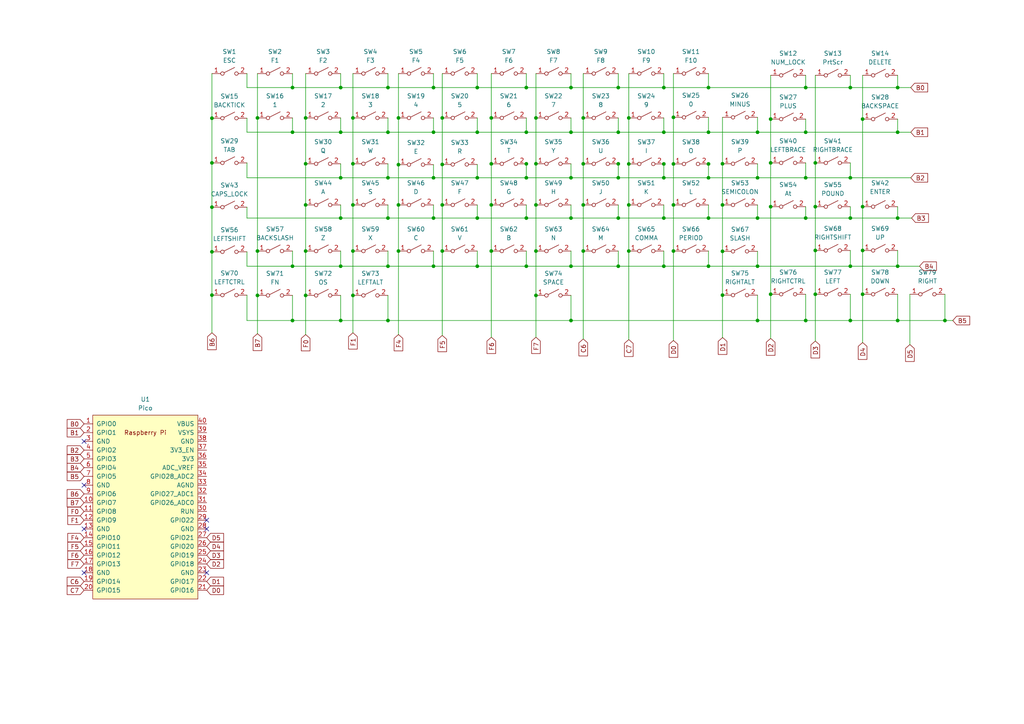
<source format=kicad_sch>
(kicad_sch (version 20230121) (generator eeschema)
  (paper "A4")
  (lib_symbols
    (symbol "Switch:SW_SPST" (pin_names (offset 0) hide)
      (property "Reference" "SW" (at 0 3.175 0))
      (property "Value" "SW_SPST" (at 0 -2.54 0))
      (symbol "SW_SPST_0_0"
        (circle (center -2.032 0) (radius 0.508))
        (polyline (pts (xy -1.524 0.254) (xy 1.524 1.778)))
        (circle (center 2.032 0) (radius 0.508))
      )
      (symbol "SW_SPST_1_1"
        (pin passive line (at -5.08 0 0) (length 2.54) (name "A") (number "1"))
        (pin passive line (at 5.08 0 180) (length 2.54) (name "B") (number "2"))
      )
    )
    (symbol "pico:Pico" (pin_names (offset 1.016))
      (property "Reference" "U3" (at 0 31.75 0))
      (property "Value" "Pico" (at 0 29.21 0))
      (symbol "Pico_0_0"
        (text "Raspberry Pi" (at 0 21.59 0) (effects (font (size 1.27 1.27))))
      )
      (symbol "Pico_0_1"
        (rectangle (start -15.24 26.67) (end 15.24 -26.67) (fill (type background)))
      )
      (symbol "Pico_1_1"
        (pin bidirectional line (at -17.78 24.13 0) (length 2.54) (name "GPIO0") (number "1"))
        (pin bidirectional line (at -17.78 1.27 0) (length 2.54) (name "GPIO7") (number "10"))
        (pin bidirectional line (at -17.78 -1.27 0) (length 2.54) (name "GPIO8") (number "11"))
        (pin bidirectional line (at -17.78 -3.81 0) (length 2.54) (name "GPIO9") (number "12"))
        (pin power_in line (at -17.78 -6.35 0) (length 2.54) (name "GND") (number "13"))
        (pin bidirectional line (at -17.78 -8.89 0) (length 2.54) (name "GPIO10") (number "14"))
        (pin bidirectional line (at -17.78 -11.43 0) (length 2.54) (name "GPIO11") (number "15"))
        (pin bidirectional line (at -17.78 -13.97 0) (length 2.54) (name "GPIO12") (number "16"))
        (pin bidirectional line (at -17.78 -16.51 0) (length 2.54) (name "GPIO13") (number "17"))
        (pin power_in line (at -17.78 -19.05 0) (length 2.54) (name "GND") (number "18"))
        (pin bidirectional line (at -17.78 -21.59 0) (length 2.54) (name "GPIO14") (number "19"))
        (pin bidirectional line (at -17.78 21.59 0) (length 2.54) (name "GPIO1") (number "2"))
        (pin bidirectional line (at -17.78 -24.13 0) (length 2.54) (name "GPIO15") (number "20"))
        (pin bidirectional line (at 17.78 -24.13 180) (length 2.54) (name "GPIO16") (number "21"))
        (pin bidirectional line (at 17.78 -21.59 180) (length 2.54) (name "GPIO17") (number "22"))
        (pin power_in line (at 17.78 -19.05 180) (length 2.54) (name "GND") (number "23"))
        (pin bidirectional line (at 17.78 -16.51 180) (length 2.54) (name "GPIO18") (number "24"))
        (pin bidirectional line (at 17.78 -13.97 180) (length 2.54) (name "GPIO19") (number "25"))
        (pin bidirectional line (at 17.78 -11.43 180) (length 2.54) (name "GPIO20") (number "26"))
        (pin bidirectional line (at 17.78 -8.89 180) (length 2.54) (name "GPIO21") (number "27"))
        (pin power_in line (at 17.78 -6.35 180) (length 2.54) (name "GND") (number "28"))
        (pin bidirectional line (at 17.78 -3.81 180) (length 2.54) (name "GPIO22") (number "29"))
        (pin power_in line (at -17.78 19.05 0) (length 2.54) (name "GND") (number "3"))
        (pin input line (at 17.78 -1.27 180) (length 2.54) (name "RUN") (number "30"))
        (pin bidirectional line (at 17.78 1.27 180) (length 2.54) (name "GPIO26_ADC0") (number "31"))
        (pin bidirectional line (at 17.78 3.81 180) (length 2.54) (name "GPIO27_ADC1") (number "32"))
        (pin power_in line (at 17.78 6.35 180) (length 2.54) (name "AGND") (number "33"))
        (pin bidirectional line (at 17.78 8.89 180) (length 2.54) (name "GPIO28_ADC2") (number "34"))
        (pin unspecified line (at 17.78 11.43 180) (length 2.54) (name "ADC_VREF") (number "35"))
        (pin unspecified line (at 17.78 13.97 180) (length 2.54) (name "3V3") (number "36"))
        (pin input line (at 17.78 16.51 180) (length 2.54) (name "3V3_EN") (number "37"))
        (pin bidirectional line (at 17.78 19.05 180) (length 2.54) (name "GND") (number "38"))
        (pin unspecified line (at 17.78 21.59 180) (length 2.54) (name "VSYS") (number "39"))
        (pin bidirectional line (at -17.78 16.51 0) (length 2.54) (name "GPIO2") (number "4"))
        (pin unspecified line (at 17.78 24.13 180) (length 2.54) (name "VBUS") (number "40"))
        (pin no_connect line (at -2.54 -29.21 90) (length 2.54) hide (name "SWCLK") (number "41"))
        (pin no_connect line (at 0 -29.21 90) (length 2.54) hide (name "GND") (number "42"))
        (pin no_connect line (at 2.54 -29.21 90) (length 2.54) hide (name "SWDIO") (number "43"))
        (pin bidirectional line (at -17.78 13.97 0) (length 2.54) (name "GPIO3") (number "5"))
        (pin bidirectional line (at -17.78 11.43 0) (length 2.54) (name "GPIO4") (number "6"))
        (pin bidirectional line (at -17.78 8.89 0) (length 2.54) (name "GPIO5") (number "7"))
        (pin power_in line (at -17.78 6.35 0) (length 2.54) (name "GND") (number "8"))
        (pin bidirectional line (at -17.78 3.81 0) (length 2.54) (name "GPIO6") (number "9"))
      )
    )
  )
  (junction (at 205.486 77.216))
  (junction (at 179.324 51.562))
  (junction (at 112.522 92.964))
  (junction (at 192.532 25.4))
  (junction (at 169.164 34.2048))
  (junction (at 98.806 92.964))
  (junction (at 233.68 92.964))
  (junction (at 142.494 72.8112))
  (junction (at 115.57 34.2048))
  (junction (at 102.362 34.2048))
  (junction (at 102.362 59.436))
  (junction (at 192.532 47.5494))
  (junction (at 165.608 38.354))
  (junction (at 179.324 38.354))
  (junction (at 192.532 51.562))
  (junction (at 179.324 77.216))
  (junction (at 236.474 72.644))
  (junction (at 205.486 38.354))
  (junction (at 246.634 77.216))
  (junction (at 142.494 47.519))
  (junction (at 223.52 47.244))
  (junction (at 195.326 59.436))
  (junction (at 128.27 47.7016))
  (junction (at 205.486 63.246))
  (junction (at 179.324 47.519))
  (junction (at 152.654 63.246))
  (junction (at 165.608 25.4))
  (junction (at 260.35 92.964))
  (junction (at 112.522 77.216))
  (junction (at 88.646 34.2048))
  (junction (at 209.55 85.598))
  (junction (at 88.646 47.498))
  (junction (at 98.806 51.562))
  (junction (at 236.474 59.944))
  (junction (at 142.494 59.436))
  (junction (at 250.19 72.644))
  (junction (at 250.19 85.344))
  (junction (at 84.836 25.4))
  (junction (at 165.608 77.216))
  (junction (at 236.474 85.344))
  (junction (at 128.27 59.436))
  (junction (at 250.19 34.544))
  (junction (at 61.468 73.035))
  (junction (at 219.71 92.964))
  (junction (at 209.55 72.898))
  (junction (at 246.634 63.246))
  (junction (at 223.52 34.544))
  (junction (at 138.43 51.562))
  (junction (at 98.806 38.354))
  (junction (at 112.522 51.562))
  (junction (at 115.57 72.8112))
  (junction (at 102.362 72.8112))
  (junction (at 205.486 25.4))
  (junction (at 182.372 59.436))
  (junction (at 250.19 59.944))
  (junction (at 138.43 38.354))
  (junction (at 128.27 34.2048))
  (junction (at 98.806 63.246))
  (junction (at 169.164 72.8112))
  (junction (at 152.654 25.4))
  (junction (at 223.52 85.344))
  (junction (at 88.646 72.8112))
  (junction (at 74.676 72.8112))
  (junction (at 155.448 47.498))
  (junction (at 205.486 51.562))
  (junction (at 152.654 51.562))
  (junction (at 98.806 25.4))
  (junction (at 61.468 47.244))
  (junction (at 209.55 59.436))
  (junction (at 98.806 77.216))
  (junction (at 125.73 38.354))
  (junction (at 182.372 72.8112))
  (junction (at 192.532 77.216))
  (junction (at 128.27 72.8112))
  (junction (at 102.362 47.498))
  (junction (at 219.71 77.216))
  (junction (at 219.71 63.246))
  (junction (at 61.468 60.0895))
  (junction (at 84.836 77.216))
  (junction (at 260.35 77.216))
  (junction (at 152.654 38.354))
  (junction (at 192.532 38.354))
  (junction (at 155.448 85.68))
  (junction (at 112.522 38.354))
  (junction (at 165.608 92.964))
  (junction (at 246.634 92.964))
  (junction (at 195.326 72.8112))
  (junction (at 182.372 47.5494))
  (junction (at 155.448 34.2048))
  (junction (at 209.55 47.498))
  (junction (at 112.522 25.4))
  (junction (at 138.43 63.246))
  (junction (at 88.646 85.68))
  (junction (at 233.68 38.354))
  (junction (at 142.494 34.2048))
  (junction (at 125.73 25.4))
  (junction (at 165.608 63.246))
  (junction (at 155.448 59.436))
  (junction (at 169.164 47.519))
  (junction (at 236.474 47.244))
  (junction (at 169.164 59.436))
  (junction (at 138.43 77.216))
  (junction (at 182.372 34.2048))
  (junction (at 233.68 63.246))
  (junction (at 233.68 25.4))
  (junction (at 138.43 25.4))
  (junction (at 115.57 59.436))
  (junction (at 260.35 25.4))
  (junction (at 274.066 92.964))
  (junction (at 112.522 63.246))
  (junction (at 61.468 34.2815))
  (junction (at 246.634 51.562))
  (junction (at 88.646 59.436))
  (junction (at 195.326 47.5494))
  (junction (at 179.324 25.4))
  (junction (at 84.836 38.3455))
  (junction (at 125.73 63.246))
  (junction (at 125.73 77.216))
  (junction (at 192.532 63.246))
  (junction (at 195.326 34.036))
  (junction (at 260.35 63.246))
  (junction (at 223.52 59.944))
  (junction (at 219.71 51.562))
  (junction (at 61.468 85.598))
  (junction (at 74.676 34.2048))
  (junction (at 74.676 85.68))
  (junction (at 84.836 92.964))
  (junction (at 233.68 51.562))
  (junction (at 115.57 47.752))
  (junction (at 219.71 38.354))
  (junction (at 102.362 85.68))
  (junction (at 165.608 51.562))
  (junction (at 179.324 63.246))
  (junction (at 155.448 72.8112))
  (junction (at 246.634 25.4))
  (junction (at 152.654 47.519))
  (junction (at 125.73 51.562))
  (junction (at 152.654 77.216))
  (junction (at 205.486 47.5494))
  (junction (at 260.35 38.354))
  (no_connect (at 24.384 128.016))
  (no_connect (at 59.944 153.416))
  (no_connect (at 59.944 150.876))
  (no_connect (at 24.384 153.416))
  (no_connect (at 24.384 166.116))
  (no_connect (at 59.944 166.116))
  (no_connect (at 24.384 140.716))
  (wire (pts (xy 274.066 92.964) (xy 276.352 92.964)))
  (wire (pts (xy 115.57 59.436) (xy 115.57 72.8112)))
  (wire (pts (xy 125.73 38.354) (xy 138.43 38.354)))
  (wire (pts (xy 138.43 25.4) (xy 152.654 25.4)))
  (wire (pts (xy 112.522 59.436) (xy 112.522 63.246)))
  (wire (pts (xy 71.628 51.562) (xy 98.806 51.562)))
  (wire (pts (xy 219.71 92.964) (xy 233.68 92.964)))
  (wire (pts (xy 209.55 47.498) (xy 209.55 59.436)))
  (wire (pts (xy 169.164 59.436) (xy 169.164 72.8112)))
  (wire (pts (xy 165.608 25.4) (xy 179.324 25.4)))
  (wire (pts (xy 125.73 59.436) (xy 125.73 63.246)))
  (wire (pts (xy 61.468 60.0895) (xy 61.468 73.035)))
  (wire (pts (xy 233.68 25.4) (xy 246.634 25.4)))
  (wire (pts (xy 112.522 92.964) (xy 165.608 92.964)))
  (wire (pts (xy 84.836 21.336) (xy 84.836 25.4)))
  (wire (pts (xy 246.634 63.246) (xy 260.35 63.246)))
  (wire (pts (xy 219.71 51.562) (xy 233.68 51.562)))
  (wire (pts (xy 152.654 72.8112) (xy 152.654 77.216)))
  (wire (pts (xy 209.55 85.598) (xy 209.55 97.8945)))
  (wire (pts (xy 246.634 92.964) (xy 260.35 92.964)))
  (wire (pts (xy 61.468 47.244) (xy 61.468 60.0895)))
  (wire (pts (xy 219.71 34.036) (xy 219.71 38.354)))
  (wire (pts (xy 138.43 63.246) (xy 152.654 63.246)))
  (wire (pts (xy 260.35 92.964) (xy 274.066 92.964)))
  (wire (pts (xy 223.52 59.944) (xy 223.52 85.344)))
  (wire (pts (xy 169.164 21.336) (xy 169.164 34.2048)))
  (wire (pts (xy 98.806 47.498) (xy 98.806 51.562)))
  (wire (pts (xy 98.806 38.354) (xy 112.522 38.354)))
  (wire (pts (xy 219.71 59.436) (xy 219.71 63.246)))
  (wire (pts (xy 246.634 72.644) (xy 246.634 77.216)))
  (wire (pts (xy 155.448 72.8112) (xy 155.448 85.68)))
  (wire (pts (xy 260.35 63.246) (xy 264.414 63.246)))
  (wire (pts (xy 71.628 77.216) (xy 84.836 77.216)))
  (wire (pts (xy 142.494 47.519) (xy 142.494 59.436)))
  (wire (pts (xy 246.634 25.4) (xy 260.35 25.4)))
  (wire (pts (xy 84.836 92.964) (xy 98.806 92.964)))
  (wire (pts (xy 155.448 59.436) (xy 155.448 72.8112)))
  (wire (pts (xy 233.68 34.544) (xy 233.68 38.354)))
  (wire (pts (xy 152.654 25.4) (xy 165.608 25.4)))
  (wire (pts (xy 192.532 51.562) (xy 205.486 51.562)))
  (wire (pts (xy 205.486 38.354) (xy 219.71 38.354)))
  (wire (pts (xy 98.806 77.216) (xy 112.522 77.216)))
  (wire (pts (xy 219.71 63.246) (xy 233.68 63.246)))
  (wire (pts (xy 233.68 92.964) (xy 246.634 92.964)))
  (wire (pts (xy 112.522 47.498) (xy 112.522 51.562)))
  (wire (pts (xy 205.486 59.436) (xy 205.486 63.246)))
  (wire (pts (xy 165.608 38.354) (xy 179.324 38.354)))
  (wire (pts (xy 260.35 25.4) (xy 264.16 25.4)))
  (wire (pts (xy 165.608 77.216) (xy 179.324 77.216)))
  (wire (pts (xy 236.474 59.944) (xy 236.474 72.644)))
  (wire (pts (xy 205.486 34.036) (xy 205.486 38.354)))
  (wire (pts (xy 84.836 72.8112) (xy 84.836 77.216)))
  (wire (pts (xy 179.324 34.2048) (xy 179.324 38.354)))
  (wire (pts (xy 115.57 47.752) (xy 115.57 59.436)))
  (wire (pts (xy 98.806 25.4) (xy 112.522 25.4)))
  (wire (pts (xy 223.52 47.244) (xy 223.52 59.944)))
  (wire (pts (xy 223.52 21.844) (xy 223.52 34.544)))
  (wire (pts (xy 179.324 21.336) (xy 179.324 25.4)))
  (wire (pts (xy 84.836 25.4) (xy 98.806 25.4)))
  (wire (pts (xy 71.628 63.246) (xy 98.806 63.246)))
  (wire (pts (xy 98.806 21.336) (xy 98.806 25.4)))
  (wire (pts (xy 205.486 77.216) (xy 219.71 77.216)))
  (wire (pts (xy 219.71 77.216) (xy 246.634 77.216)))
  (wire (pts (xy 128.27 72.8112) (xy 128.27 97.282)))
  (wire (pts (xy 209.55 59.436) (xy 209.55 72.898)))
  (wire (pts (xy 205.486 72.8112) (xy 205.486 77.216)))
  (wire (pts (xy 125.73 77.216) (xy 138.43 77.216)))
  (wire (pts (xy 142.494 97.8094) (xy 142.5047 97.8094)))
  (wire (pts (xy 165.608 72.8112) (xy 165.608 77.216)))
  (wire (pts (xy 152.654 77.216) (xy 165.608 77.216)))
  (wire (pts (xy 128.27 34.2048) (xy 128.27 47.7016)))
  (wire (pts (xy 61.468 85.598) (xy 61.468 96.52)))
  (wire (pts (xy 223.52 34.544) (xy 223.52 47.244)))
  (wire (pts (xy 88.646 72.8112) (xy 88.646 85.68)))
  (wire (pts (xy 233.68 38.354) (xy 260.35 38.354)))
  (wire (pts (xy 112.522 51.562) (xy 125.73 51.562)))
  (wire (pts (xy 165.608 92.964) (xy 219.71 92.964)))
  (wire (pts (xy 102.362 72.8112) (xy 102.362 85.68)))
  (wire (pts (xy 142.494 59.436) (xy 142.494 72.8112)))
  (wire (pts (xy 84.836 77.216) (xy 98.806 77.216)))
  (wire (pts (xy 152.654 51.562) (xy 165.608 51.562)))
  (wire (pts (xy 250.19 34.544) (xy 250.19 59.944)))
  (wire (pts (xy 88.646 21.336) (xy 88.646 34.2048)))
  (wire (pts (xy 88.646 85.68) (xy 88.646 97.028)))
  (wire (pts (xy 128.27 59.436) (xy 128.27 72.8112)))
  (wire (pts (xy 71.628 85.598) (xy 71.628 92.964)))
  (wire (pts (xy 155.448 34.2048) (xy 155.448 47.498)))
  (wire (pts (xy 250.19 85.344) (xy 250.19 99.3414)))
  (wire (pts (xy 209.55 97.8945) (xy 209.5741 97.8945)))
  (wire (pts (xy 192.532 21.336) (xy 192.532 25.4)))
  (wire (pts (xy 260.35 21.844) (xy 260.35 25.4)))
  (wire (pts (xy 98.806 72.8112) (xy 98.806 77.216)))
  (wire (pts (xy 246.634 85.344) (xy 246.634 92.964)))
  (wire (pts (xy 192.532 72.8112) (xy 192.532 77.216)))
  (wire (pts (xy 250.19 72.644) (xy 250.19 85.344)))
  (wire (pts (xy 219.71 38.354) (xy 233.68 38.354)))
  (wire (pts (xy 179.324 72.8112) (xy 179.324 77.216)))
  (wire (pts (xy 125.73 47.752) (xy 125.73 51.562)))
  (wire (pts (xy 98.806 63.246) (xy 112.522 63.246)))
  (wire (pts (xy 236.474 72.644) (xy 236.474 85.344)))
  (wire (pts (xy 192.532 25.4) (xy 205.486 25.4)))
  (wire (pts (xy 71.628 21.336) (xy 71.628 25.4)))
  (wire (pts (xy 84.836 38.3455) (xy 84.836 38.354)))
  (wire (pts (xy 115.57 34.2048) (xy 115.57 47.752)))
  (wire (pts (xy 138.43 51.562) (xy 152.654 51.562)))
  (wire (pts (xy 260.35 38.354) (xy 264.16 38.354)))
  (wire (pts (xy 236.474 47.244) (xy 236.474 59.944)))
  (wire (pts (xy 98.806 59.436) (xy 98.806 63.246)))
  (wire (pts (xy 236.474 85.344) (xy 236.474 98.9159)))
  (wire (pts (xy 260.35 34.544) (xy 260.35 38.354)))
  (wire (pts (xy 195.326 72.8112) (xy 195.326 98.7456)))
  (wire (pts (xy 209.55 34.036) (xy 209.55 47.498)))
  (wire (pts (xy 152.654 59.436) (xy 152.654 63.246)))
  (wire (pts (xy 205.486 63.246) (xy 219.71 63.246)))
  (wire (pts (xy 98.806 34.2048) (xy 98.806 38.354)))
  (wire (pts (xy 155.448 85.68) (xy 155.448 97.8094)))
  (wire (pts (xy 274.066 85.344) (xy 274.066 92.964)))
  (wire (pts (xy 152.654 38.354) (xy 165.608 38.354)))
  (wire (pts (xy 179.324 25.4) (xy 192.532 25.4)))
  (wire (pts (xy 205.486 47.498) (xy 205.486 47.5494)))
  (wire (pts (xy 112.522 77.216) (xy 125.73 77.216)))
  (wire (pts (xy 233.68 85.344) (xy 233.68 92.964)))
  (wire (pts (xy 71.628 34.2815) (xy 71.628 38.3455)))
  (wire (pts (xy 128.27 21.336) (xy 128.27 34.2048)))
  (wire (pts (xy 246.634 77.216) (xy 260.35 77.216)))
  (wire (pts (xy 246.634 59.944) (xy 246.634 63.246)))
  (wire (pts (xy 142.494 21.336) (xy 142.494 34.2048)))
  (wire (pts (xy 138.43 38.354) (xy 152.654 38.354)))
  (wire (pts (xy 250.19 21.844) (xy 250.19 34.544)))
  (wire (pts (xy 233.68 21.844) (xy 233.68 25.4)))
  (wire (pts (xy 125.73 21.336) (xy 125.73 25.4)))
  (wire (pts (xy 74.676 34.2048) (xy 74.676 72.8112)))
  (wire (pts (xy 125.73 34.2048) (xy 125.73 38.354)))
  (wire (pts (xy 205.486 21.336) (xy 205.486 25.4)))
  (wire (pts (xy 112.522 34.2048) (xy 112.522 38.354)))
  (wire (pts (xy 142.494 72.8112) (xy 142.494 97.8094)))
  (wire (pts (xy 98.806 92.964) (xy 112.522 92.964)))
  (wire (pts (xy 138.43 21.336) (xy 138.43 25.4)))
  (wire (pts (xy 246.634 51.562) (xy 264.16 51.562)))
  (wire (pts (xy 84.836 85.68) (xy 84.836 92.964)))
  (wire (pts (xy 233.68 59.944) (xy 233.68 63.246)))
  (wire (pts (xy 74.676 21.336) (xy 74.676 34.2048)))
  (wire (pts (xy 209.55 72.898) (xy 209.55 85.598)))
  (wire (pts (xy 102.362 85.68) (xy 102.362 96.52)))
  (wire (pts (xy 155.448 47.498) (xy 155.448 59.436)))
  (wire (pts (xy 84.836 38.354) (xy 98.806 38.354)))
  (wire (pts (xy 165.608 21.336) (xy 165.608 25.4)))
  (wire (pts (xy 179.324 47.519) (xy 179.324 51.562)))
  (wire (pts (xy 71.628 60.0895) (xy 71.628 63.246)))
  (wire (pts (xy 152.654 34.2048) (xy 152.654 38.354)))
  (wire (pts (xy 71.628 38.3455) (xy 84.836 38.3455)))
  (wire (pts (xy 205.486 51.562) (xy 219.71 51.562)))
  (wire (pts (xy 169.164 47.519) (xy 169.164 59.436)))
  (wire (pts (xy 102.362 34.2048) (xy 102.362 47.498)))
  (wire (pts (xy 165.608 51.562) (xy 179.324 51.562)))
  (wire (pts (xy 102.362 47.498) (xy 102.362 59.436)))
  (wire (pts (xy 182.372 59.436) (xy 182.372 72.8112)))
  (wire (pts (xy 179.324 51.562) (xy 192.532 51.562)))
  (wire (pts (xy 219.71 85.598) (xy 219.71 92.964)))
  (wire (pts (xy 165.608 59.436) (xy 165.608 63.246)))
  (wire (pts (xy 233.68 51.562) (xy 246.634 51.562)))
  (wire (pts (xy 102.362 59.436) (xy 102.362 72.8112)))
  (wire (pts (xy 98.806 51.562) (xy 112.522 51.562)))
  (wire (pts (xy 195.326 47.5494) (xy 195.326 59.436)))
  (wire (pts (xy 71.628 25.4) (xy 84.836 25.4)))
  (wire (pts (xy 219.71 47.498) (xy 219.71 51.562)))
  (wire (pts (xy 260.35 77.216) (xy 266.7 77.216)))
  (wire (pts (xy 112.522 72.8112) (xy 112.522 77.216)))
  (wire (pts (xy 205.486 47.5494) (xy 205.486 51.562)))
  (wire (pts (xy 165.608 85.68) (xy 165.608 92.964)))
  (wire (pts (xy 179.324 38.354) (xy 192.532 38.354)))
  (wire (pts (xy 152.654 63.246) (xy 165.608 63.246)))
  (wire (pts (xy 246.634 47.244) (xy 246.634 51.562)))
  (wire (pts (xy 182.372 47.5494) (xy 182.372 59.436)))
  (wire (pts (xy 61.468 73.035) (xy 61.468 85.598)))
  (wire (pts (xy 152.654 47.498) (xy 152.654 47.519)))
  (wire (pts (xy 182.372 72.8112) (xy 182.372 98.4903)))
  (wire (pts (xy 236.47 98.9159) (xy 236.474 98.9159)))
  (wire (pts (xy 192.532 34.2048) (xy 192.532 38.354)))
  (wire (pts (xy 112.522 85.68) (xy 112.522 92.964)))
  (wire (pts (xy 179.324 59.436) (xy 179.324 63.246)))
  (wire (pts (xy 98.806 85.68) (xy 98.806 92.964)))
  (wire (pts (xy 233.68 47.244) (xy 233.68 51.562)))
  (wire (pts (xy 169.1452 98.3201) (xy 169.164 98.3201)))
  (wire (pts (xy 192.532 77.216) (xy 205.486 77.216)))
  (wire (pts (xy 192.532 47.498) (xy 192.532 47.5494)))
  (wire (pts (xy 195.326 59.436) (xy 195.326 72.8112)))
  (wire (pts (xy 233.68 63.246) (xy 246.634 63.246)))
  (wire (pts (xy 125.73 51.562) (xy 138.43 51.562)))
  (wire (pts (xy 125.73 25.4) (xy 138.43 25.4)))
  (wire (pts (xy 61.468 21.336) (xy 61.468 34.2815)))
  (wire (pts (xy 138.43 47.7016) (xy 138.43 51.562)))
  (wire (pts (xy 71.628 92.964) (xy 84.836 92.964)))
  (wire (pts (xy 128.27 47.7016) (xy 128.27 59.436)))
  (wire (pts (xy 71.628 73.035) (xy 71.628 77.216)))
  (wire (pts (xy 125.73 72.8112) (xy 125.73 77.216)))
  (wire (pts (xy 219.71 72.898) (xy 219.71 77.216)))
  (wire (pts (xy 165.608 34.2048) (xy 165.608 38.354)))
  (wire (pts (xy 138.43 34.2048) (xy 138.43 38.354)))
  (wire (pts (xy 115.57 21.336) (xy 115.57 34.2048)))
  (wire (pts (xy 192.532 59.436) (xy 192.532 63.246)))
  (wire (pts (xy 205.486 25.4) (xy 233.68 25.4)))
  (wire (pts (xy 112.522 21.336) (xy 112.522 25.4)))
  (wire (pts (xy 115.57 72.8112) (xy 115.57 97.028)))
  (wire (pts (xy 61.468 34.2815) (xy 61.468 47.244)))
  (wire (pts (xy 112.522 63.246) (xy 125.73 63.246)))
  (wire (pts (xy 182.372 21.336) (xy 182.372 34.2048)))
  (wire (pts (xy 138.43 72.8112) (xy 138.43 77.216)))
  (wire (pts (xy 74.676 72.8112) (xy 74.676 85.68)))
  (wire (pts (xy 223.52 85.344) (xy 223.52 98.1498)))
  (wire (pts (xy 250.19 59.944) (xy 250.19 72.644)))
  (wire (pts (xy 182.372 34.2048) (xy 182.372 47.5494)))
  (wire (pts (xy 88.646 34.2048) (xy 88.646 47.498)))
  (wire (pts (xy 165.608 63.246) (xy 179.324 63.246)))
  (wire (pts (xy 138.43 77.216) (xy 152.654 77.216)))
  (wire (pts (xy 192.532 47.5494) (xy 192.532 51.562)))
  (wire (pts (xy 74.676 85.68) (xy 74.676 96.774)))
  (wire (pts (xy 152.654 21.336) (xy 152.654 25.4)))
  (wire (pts (xy 192.532 38.354) (xy 205.486 38.354)))
  (wire (pts (xy 71.628 47.244) (xy 71.628 51.562)))
  (wire (pts (xy 179.324 47.498) (xy 179.324 47.519)))
  (wire (pts (xy 88.646 59.436) (xy 88.646 72.8112)))
  (wire (pts (xy 152.654 47.519) (xy 152.654 51.562)))
  (wire (pts (xy 155.448 21.336) (xy 155.448 34.2048)))
  (wire (pts (xy 102.362 21.336) (xy 102.362 34.2048)))
  (wire (pts (xy 260.35 59.944) (xy 260.35 63.246)))
  (wire (pts (xy 125.73 63.246) (xy 138.43 63.246)))
  (wire (pts (xy 142.494 34.2048) (xy 142.494 47.519)))
  (wire (pts (xy 195.326 21.336) (xy 195.326 34.036)))
  (wire (pts (xy 260.35 72.644) (xy 260.35 77.216)))
  (wire (pts (xy 236.474 21.844) (xy 236.474 47.244)))
  (wire (pts (xy 112.522 38.354) (xy 125.73 38.354)))
  (wire (pts (xy 179.324 77.216) (xy 192.532 77.216)))
  (wire (pts (xy 138.43 59.436) (xy 138.43 63.246)))
  (wire (pts (xy 88.646 47.498) (xy 88.646 59.436)))
  (wire (pts (xy 195.326 34.036) (xy 195.326 47.5494)))
  (wire (pts (xy 112.522 25.4) (xy 125.73 25.4)))
  (wire (pts (xy 263.906 85.344) (xy 263.906 99.9372)))
  (wire (pts (xy 165.608 47.498) (xy 165.608 51.562)))
  (wire (pts (xy 260.35 85.344) (xy 260.35 92.964)))
  (wire (pts (xy 169.164 72.8112) (xy 169.164 98.3201)))
  (wire (pts (xy 84.836 34.2048) (xy 84.836 38.3455)))
  (wire (pts (xy 246.634 21.844) (xy 246.634 25.4)))
  (wire (pts (xy 169.164 34.2048) (xy 169.164 47.519)))
  (wire (pts (xy 179.324 63.246) (xy 192.532 63.246)))
  (wire (pts (xy 192.532 63.246) (xy 205.486 63.246)))
  (global_label "C6" (shape input) (at 169.164 98.3201 270) (property "Intersheetrefs" "${INTERSHEET_REFS}" (effects hide)))
  (global_label "D2" (shape input) (at 59.944 163.576 0) (property "Intersheetrefs" "${INTERSHEET_REFS}" (effects hide)))
  (global_label "D5" (shape input) (at 59.944 155.956 0) (property "Intersheetrefs" "${INTERSHEET_REFS}" (effects hide)))
  (global_label "B2" (shape input) (at 24.384 130.556 180) (property "Intersheetrefs" "${INTERSHEET_REFS}" (effects hide)))
  (global_label "B3" (shape input) (at 264.3898 63.246 0) (property "Intersheetrefs" "${INTERSHEET_REFS}" (effects hide)))
  (global_label "D3" (shape input) (at 236.474 98.9159 270) (property "Intersheetrefs" "${INTERSHEET_REFS}" (effects hide)))
  (global_label "F1" (shape input) (at 24.384 150.876 180) (property "Intersheetrefs" "${INTERSHEET_REFS}" (effects hide)))
  (global_label "F7" (shape input) (at 24.384 163.576 180) (property "Intersheetrefs" "${INTERSHEET_REFS}" (effects hide)))
  (global_label "D4" (shape input) (at 250.19 99.3414 270) (property "Intersheetrefs" "${INTERSHEET_REFS}" (effects hide)))
  (global_label "B3" (shape input) (at 24.384 133.096 180) (property "Intersheetrefs" "${INTERSHEET_REFS}" (effects hide)))
  (global_label "B5" (shape input) (at 24.384 138.176 180) (property "Intersheetrefs" "${INTERSHEET_REFS}" (effects hide)))
  (global_label "D3" (shape input) (at 59.944 161.036 0) (property "Intersheetrefs" "${INTERSHEET_REFS}" (effects hide)))
  (global_label "F5" (shape input) (at 128.27 97.282 270) (property "Intersheetrefs" "${INTERSHEET_REFS}" (effects hide)))
  (global_label "D2" (shape input) (at 223.52 98.1498 270) (property "Intersheetrefs" "${INTERSHEET_REFS}" (effects hide)))
  (global_label "B4" (shape input) (at 266.7 77.216 0) (property "Intersheetrefs" "${INTERSHEET_REFS}" (effects hide)))
  (global_label "D4" (shape input) (at 59.944 158.496 0) (property "Intersheetrefs" "${INTERSHEET_REFS}" (effects hide)))
  (global_label "B2" (shape input) (at 264.16 51.562 0) (property "Intersheetrefs" "${INTERSHEET_REFS}" (effects hide)))
  (global_label "D1" (shape input) (at 59.944 168.656 0) (property "Intersheetrefs" "${INTERSHEET_REFS}" (effects hide)))
  (global_label "D1" (shape input) (at 209.5741 97.8945 270) (property "Intersheetrefs" "${INTERSHEET_REFS}" (effects hide)))
  (global_label "B7" (shape input) (at 74.676 96.774 270) (property "Intersheetrefs" "${INTERSHEET_REFS}" (effects hide)))
  (global_label "F7" (shape input) (at 155.448 97.8094 270) (property "Intersheetrefs" "${INTERSHEET_REFS}" (effects hide)))
  (global_label "B6" (shape input) (at 24.384 143.256 180) (property "Intersheetrefs" "${INTERSHEET_REFS}" (effects hide)))
  (global_label "F6" (shape input) (at 24.384 161.036 180) (property "Intersheetrefs" "${INTERSHEET_REFS}" (effects hide)))
  (global_label "B0" (shape input) (at 264.16 25.4 0) (property "Intersheetrefs" "${INTERSHEET_REFS}" (effects hide)))
  (global_label "F4" (shape input) (at 24.384 155.956 180) (property "Intersheetrefs" "${INTERSHEET_REFS}" (effects hide)))
  (global_label "B1" (shape input) (at 264.16 38.354 0) (property "Intersheetrefs" "${INTERSHEET_REFS}" (effects hide)))
  (global_label "F0" (shape input) (at 24.384 148.336 180) (property "Intersheetrefs" "${INTERSHEET_REFS}" (effects hide)))
  (global_label "F5" (shape input) (at 24.384 158.496 180) (property "Intersheetrefs" "${INTERSHEET_REFS}" (effects hide)))
  (global_label "C7" (shape input) (at 24.384 171.196 180) (property "Intersheetrefs" "${INTERSHEET_REFS}" (effects hide)))
  (global_label "F1" (shape input) (at 102.362 96.52 270) (property "Intersheetrefs" "${INTERSHEET_REFS}" (effects hide)))
  (global_label "C6" (shape input) (at 24.384 168.656 180) (property "Intersheetrefs" "${INTERSHEET_REFS}" (effects hide)))
  (global_label "B4" (shape input) (at 24.384 135.636 180) (property "Intersheetrefs" "${INTERSHEET_REFS}" (effects hide)))
  (global_label "B6" (shape input) (at 61.468 96.52 270) (property "Intersheetrefs" "${INTERSHEET_REFS}" (effects hide)))
  (global_label "D0" (shape input) (at 195.326 98.7456 270) (property "Intersheetrefs" "${INTERSHEET_REFS}" (effects hide)))
  (global_label "F0" (shape input) (at 88.646 97.028 270) (property "Intersheetrefs" "${INTERSHEET_REFS}" (effects hide)))
  (global_label "C7" (shape input) (at 182.372 98.4903 270) (property "Intersheetrefs" "${INTERSHEET_REFS}" (effects hide)))
  (global_label "B1" (shape input) (at 24.384 125.476 180) (property "Intersheetrefs" "${INTERSHEET_REFS}" (effects hide)))
  (global_label "D5" (shape input) (at 263.906 99.9372 270) (property "Intersheetrefs" "${INTERSHEET_REFS}" (effects hide)))
  (global_label "B7" (shape input) (at 24.384 145.796 180) (property "Intersheetrefs" "${INTERSHEET_REFS}" (effects hide)))
  (global_label "B0" (shape input) (at 24.384 122.936 180) (property "Intersheetrefs" "${INTERSHEET_REFS}" (effects hide)))
  (global_label "B5" (shape input) (at 276.352 92.964 0) (property "Intersheetrefs" "${INTERSHEET_REFS}" (effects hide)))
  (global_label "F6" (shape input) (at 142.5047 97.8094 270) (property "Intersheetrefs" "${INTERSHEET_REFS}" (effects hide)))
  (global_label "F4" (shape input) (at 115.57 97.028 270) (property "Intersheetrefs" "${INTERSHEET_REFS}" (effects hide)))
  (global_label "D0" (shape input) (at 59.944 171.196 0) (property "Intersheetrefs" "${INTERSHEET_REFS}" (effects hide)))
  (symbol (lib_id "Switch:SW_SPST") (at 255.27 85.344 0) (unit 1)
    (property "Reference" "SW78" (at 255.27 78.994 0))
    (property "Value" "DOWN" (at 255.27 81.534 0))
    (property "Footprint" "Button_Switch_Keyboard:SW_Cherry_MX_1.00u_PCB" (effects hide))
  )
  (symbol (lib_id "Switch:SW_SPST") (at 228.6 47.244 0) (unit 1)
    (property "Reference" "SW40" (at 228.6 40.894 0))
    (property "Value" "LEFTBRACE" (at 228.6 43.434 0))
    (property "Footprint" "Button_Switch_Keyboard:SW_Cherry_MX_1.00u_PCB" (effects hide))
  )
  (symbol (lib_id "Switch:SW_SPST") (at 93.726 21.336 0) (unit 1)
    (property "Reference" "SW3" (at 93.726 14.986 0))
    (property "Value" "F2" (at 93.726 17.526 0))
    (property "Footprint" "Button_Switch_Keyboard:SW_Cherry_MX_1.00u_PCB" (effects hide))
  )
  (symbol (lib_id "Switch:SW_SPST") (at 66.548 34.2815 0) (unit 1)
    (property "Reference" "SW15" (at 66.548 27.9315 0))
    (property "Value" "BACKTICK" (at 66.548 30.4715 0))
    (property "Footprint" "Button_Switch_Keyboard:SW_Cherry_MX_1.00u_PCB" (effects hide))
  )
  (symbol (lib_id "Switch:SW_SPST") (at 147.574 21.336 0) (unit 1)
    (property "Reference" "SW7" (at 147.574 14.986 0))
    (property "Value" "F6" (at 147.574 17.526 0))
    (property "Footprint" "Button_Switch_Keyboard:SW_Cherry_MX_1.00u_PCB" (effects hide))
  )
  (symbol (lib_id "Switch:SW_SPST") (at 120.65 47.752 0) (unit 1)
    (property "Reference" "SW32" (at 120.65 41.402 0))
    (property "Value" "E" (at 120.65 43.942 0))
    (property "Footprint" "Button_Switch_Keyboard:SW_Cherry_MX_1.00u_PCB" (effects hide))
  )
  (symbol (lib_id "Switch:SW_SPST") (at 200.406 59.436 0) (unit 1)
    (property "Reference" "SW52" (at 200.406 53.086 0))
    (property "Value" "L" (at 200.406 55.626 0))
    (property "Footprint" "Button_Switch_Keyboard:SW_Cherry_MX_1.00u_PCB" (effects hide))
  )
  (symbol (lib_id "Switch:SW_SPST") (at 255.27 59.944 0) (unit 1)
    (property "Reference" "SW42" (at 255.27 53.086 0))
    (property "Value" "ENTER" (at 255.27 55.626 0))
    (property "Footprint" "Button_Switch_Keyboard:SW_Cherry_MX_2.00u_Vertical_PCB" (effects hide))
  )
  (symbol (lib_id "Switch:SW_SPST") (at 241.554 21.844 0) (unit 1)
    (property "Reference" "SW13" (at 241.554 15.494 0))
    (property "Value" "PrtScr" (at 241.554 18.034 0))
    (property "Footprint" "Button_Switch_Keyboard:SW_Cherry_MX_1.00u_PCB" (effects hide))
  )
  (symbol (lib_id "Switch:SW_SPST") (at 133.35 21.336 0) (unit 1)
    (property "Reference" "SW6" (at 133.35 14.986 0))
    (property "Value" "F5" (at 133.35 17.526 0))
    (property "Footprint" "Button_Switch_Keyboard:SW_Cherry_MX_1.00u_PCB" (effects hide))
  )
  (symbol (lib_id "Switch:SW_SPST") (at 120.65 59.436 0) (unit 1)
    (property "Reference" "SW46" (at 120.65 53.086 0))
    (property "Value" "D" (at 120.65 55.626 0))
    (property "Footprint" "Button_Switch_Keyboard:SW_Cherry_MX_1.00u_PCB" (effects hide))
  )
  (symbol (lib_id "Switch:SW_SPST") (at 66.548 73.035 0) (unit 1)
    (property "Reference" "SW56" (at 66.548 66.685 0))
    (property "Value" "LEFTSHIFT" (at 66.548 69.225 0))
    (property "Footprint" "Button_Switch_Keyboard:SW_Cherry_MX_1.25u_PCB" (effects hide))
  )
  (symbol (lib_id "Switch:SW_SPST") (at 79.756 34.2048 0) (unit 1)
    (property "Reference" "SW16" (at 79.756 27.8548 0))
    (property "Value" "1" (at 79.756 30.3948 0))
    (property "Footprint" "Button_Switch_Keyboard:SW_Cherry_MX_1.00u_PCB" (effects hide))
  )
  (symbol (lib_id "Switch:SW_SPST") (at 160.528 72.8112 0) (unit 1)
    (property "Reference" "SW63" (at 160.528 66.4612 0))
    (property "Value" "N" (at 160.528 69.0012 0))
    (property "Footprint" "Button_Switch_Keyboard:SW_Cherry_MX_1.00u_PCB" (effects hide))
  )
  (symbol (lib_id "Switch:SW_SPST") (at 174.244 59.436 0) (unit 1)
    (property "Reference" "SW50" (at 174.244 53.086 0))
    (property "Value" "J" (at 174.244 55.626 0))
    (property "Footprint" "Button_Switch_Keyboard:SW_Cherry_MX_1.00u_PCB" (effects hide))
  )
  (symbol (lib_id "Switch:SW_SPST") (at 107.442 85.68 0) (unit 1)
    (property "Reference" "SW73" (at 107.442 79.33 0))
    (property "Value" "LEFTALT" (at 107.442 81.87 0))
    (property "Footprint" "Button_Switch_Keyboard:SW_Cherry_MX_1.25u_PCB" (effects hide))
  )
  (symbol (lib_id "Switch:SW_SPST") (at 66.548 85.598 0) (unit 1)
    (property "Reference" "SW70" (at 66.548 79.248 0))
    (property "Value" "LEFTCTRL" (at 66.548 81.788 0))
    (property "Footprint" "Button_Switch_Keyboard:SW_Cherry_MX_1.00u_PCB" (effects hide))
  )
  (symbol (lib_id "Switch:SW_SPST") (at 241.554 72.644 0) (unit 1)
    (property "Reference" "SW68" (at 241.554 66.294 0))
    (property "Value" "RIGHTSHIFT" (at 241.554 68.834 0))
    (property "Footprint" "Button_Switch_Keyboard:SW_Cherry_MX_1.50u_PCB" (effects hide))
  )
  (symbol (lib_id "Switch:SW_SPST") (at 79.756 72.8112 0) (unit 1)
    (property "Reference" "SW57" (at 79.756 66.4612 0))
    (property "Value" "BACKSLASH" (at 79.756 69.0012 0))
    (property "Footprint" "Button_Switch_Keyboard:SW_Cherry_MX_1.00u_PCB" (effects hide))
  )
  (symbol (lib_id "Switch:SW_SPST") (at 228.6 21.844 0) (unit 1)
    (property "Reference" "SW12" (at 228.6 15.494 0))
    (property "Value" "NUM_LOCK" (at 228.6 18.034 0))
    (property "Footprint" "Button_Switch_Keyboard:SW_Cherry_MX_1.00u_PCB" (effects hide))
  )
  (symbol (lib_id "Switch:SW_SPST") (at 214.63 59.436 0) (unit 1)
    (property "Reference" "SW53" (at 214.63 53.086 0))
    (property "Value" "SEMICOLON" (at 214.63 55.626 0))
    (property "Footprint" "Button_Switch_Keyboard:SW_Cherry_MX_1.00u_PCB" (effects hide))
  )
  (symbol (lib_id "Switch:SW_SPST") (at 228.6 34.544 0) (unit 1)
    (property "Reference" "SW27" (at 228.6 28.194 0))
    (property "Value" "PLUS" (at 228.6 30.734 0))
    (property "Footprint" "Button_Switch_Keyboard:SW_Cherry_MX_1.00u_PCB" (effects hide))
  )
  (symbol (lib_id "Switch:SW_SPST") (at 107.442 34.2048 0) (unit 1)
    (property "Reference" "SW18" (at 107.442 27.8548 0))
    (property "Value" "3" (at 107.442 30.3948 0))
    (property "Footprint" "Button_Switch_Keyboard:SW_Cherry_MX_1.00u_PCB" (effects hide))
  )
  (symbol (lib_id "Switch:SW_SPST") (at 200.406 34.036 0) (unit 1)
    (property "Reference" "SW25" (at 200.406 27.686 0))
    (property "Value" "0" (at 200.406 30.226 0))
    (property "Footprint" "Button_Switch_Keyboard:SW_Cherry_MX_1.00u_PCB" (effects hide))
  )
  (symbol (lib_id "Switch:SW_SPST") (at 107.442 59.436 0) (unit 1)
    (property "Reference" "SW45" (at 107.442 53.086 0))
    (property "Value" "S" (at 107.442 55.626 0))
    (property "Footprint" "Button_Switch_Keyboard:SW_Cherry_MX_1.00u_PCB" (effects hide))
  )
  (symbol (lib_id "Switch:SW_SPST") (at 268.986 85.344 0) (unit 1)
    (property "Reference" "SW79" (at 268.986 78.994 0))
    (property "Value" "RIGHT" (at 268.986 81.534 0))
    (property "Footprint" "Button_Switch_Keyboard:SW_Cherry_MX_1.00u_PCB" (effects hide))
  )
  (symbol (lib_id "Switch:SW_SPST") (at 147.574 72.8112 0) (unit 1)
    (property "Reference" "SW62" (at 147.574 66.4612 0))
    (property "Value" "B" (at 147.574 69.0012 0))
    (property "Footprint" "Button_Switch_Keyboard:SW_Cherry_MX_1.00u_PCB" (effects hide))
  )
  (symbol (lib_id "Switch:SW_SPST") (at 241.554 47.244 0) (unit 1)
    (property "Reference" "SW41" (at 241.554 40.894 0))
    (property "Value" "RIGHTBRACE" (at 241.554 43.434 0))
    (property "Footprint" "Button_Switch_Keyboard:SW_Cherry_MX_1.00u_PCB" (effects hide))
  )
  (symbol (lib_id "Switch:SW_SPST") (at 120.65 21.336 0) (unit 1)
    (property "Reference" "SW5" (at 120.65 14.986 0))
    (property "Value" "F4" (at 120.65 17.526 0))
    (property "Footprint" "Button_Switch_Keyboard:SW_Cherry_MX_1.00u_PCB" (effects hide))
  )
  (symbol (lib_id "Switch:SW_SPST") (at 147.574 59.436 0) (unit 1)
    (property "Reference" "SW48" (at 147.574 53.086 0))
    (property "Value" "G" (at 147.574 55.626 0))
    (property "Footprint" "Button_Switch_Keyboard:SW_Cherry_MX_1.00u_PCB" (effects hide))
  )
  (symbol (lib_id "Switch:SW_SPST") (at 174.244 47.519 0) (unit 1)
    (property "Reference" "SW36" (at 174.244 41.169 0))
    (property "Value" "U" (at 174.244 43.709 0))
    (property "Footprint" "Button_Switch_Keyboard:SW_Cherry_MX_1.00u_PCB" (effects hide))
  )
  (symbol (lib_id "Switch:SW_SPST") (at 200.406 21.336 0) (unit 1)
    (property "Reference" "SW11" (at 200.406 14.986 0))
    (property "Value" "F10" (at 200.406 17.526 0))
    (property "Footprint" "Button_Switch_Keyboard:SW_Cherry_MX_1.00u_PCB" (effects hide))
  )
  (symbol (lib_id "Switch:SW_SPST") (at 160.528 59.436 0) (unit 1)
    (property "Reference" "SW49" (at 160.528 53.086 0))
    (property "Value" "H" (at 160.528 55.626 0))
    (property "Footprint" "Button_Switch_Keyboard:SW_Cherry_MX_1.00u_PCB" (effects hide))
  )
  (symbol (lib_id "Switch:SW_SPST") (at 93.726 72.8112 0) (unit 1)
    (property "Reference" "SW58" (at 93.726 66.4612 0))
    (property "Value" "Z" (at 93.726 69.0012 0))
    (property "Footprint" "Button_Switch_Keyboard:SW_Cherry_MX_1.00u_PCB" (effects hide))
  )
  (symbol (lib_id "Switch:SW_SPST") (at 160.528 85.68 0) (unit 1)
    (property "Reference" "SW74" (at 160.528 79.33 0))
    (property "Value" "SPACE" (at 160.528 81.87 0))
    (property "Footprint" "Button_Switch_Keyboard:SW_Cherry_MX_6.25u_PCB" (effects hide))
  )
  (symbol (lib_id "Switch:SW_SPST") (at 174.244 34.2048 0) (unit 1)
    (property "Reference" "SW23" (at 174.244 27.8548 0))
    (property "Value" "8" (at 174.244 30.3948 0))
    (property "Footprint" "Button_Switch_Keyboard:SW_Cherry_MX_1.00u_PCB" (effects hide))
  )
  (symbol (lib_id "Switch:SW_SPST") (at 107.442 47.498 0) (unit 1)
    (property "Reference" "SW31" (at 107.442 41.148 0))
    (property "Value" "W" (at 107.442 43.688 0))
    (property "Footprint" "Button_Switch_Keyboard:SW_Cherry_MX_1.00u_PCB" (effects hide))
  )
  (symbol (lib_id "Switch:SW_SPST") (at 214.63 85.598 0) (unit 1)
    (property "Reference" "SW75" (at 214.63 79.248 0))
    (property "Value" "RIGHTALT" (at 214.63 81.788 0))
    (property "Footprint" "Button_Switch_Keyboard:SW_Cherry_MX_1.25u_PCB" (effects hide))
  )
  (symbol (lib_id "Switch:SW_SPST") (at 160.528 34.2048 0) (unit 1)
    (property "Reference" "SW22" (at 160.528 27.8548 0))
    (property "Value" "7" (at 160.528 30.3948 0))
    (property "Footprint" "Button_Switch_Keyboard:SW_Cherry_MX_1.00u_PCB" (effects hide))
  )
  (symbol (lib_id "Switch:SW_SPST") (at 147.574 47.519 0) (unit 1)
    (property "Reference" "SW34" (at 147.574 41.169 0))
    (property "Value" "T" (at 147.574 43.709 0))
    (property "Footprint" "Button_Switch_Keyboard:SW_Cherry_MX_1.00u_PCB" (effects hide))
  )
  (symbol (lib_id "Switch:SW_SPST") (at 133.35 72.8112 0) (unit 1)
    (property "Reference" "SW61" (at 133.35 66.4612 0))
    (property "Value" "V" (at 133.35 69.0012 0))
    (property "Footprint" "Button_Switch_Keyboard:SW_Cherry_MX_1.00u_PCB" (effects hide))
  )
  (symbol (lib_id "Switch:SW_SPST") (at 160.528 21.336 0) (unit 1)
    (property "Reference" "SW8" (at 160.528 14.986 0))
    (property "Value" "F7" (at 160.528 17.526 0))
    (property "Footprint" "Button_Switch_Keyboard:SW_Cherry_MX_1.00u_PCB" (effects hide))
  )
  (symbol (lib_id "Switch:SW_SPST") (at 66.548 21.336 0) (unit 1)
    (property "Reference" "SW1" (at 66.548 14.986 0))
    (property "Value" "ESC" (at 66.548 17.526 0))
    (property "Footprint" "Button_Switch_Keyboard:SW_Cherry_MX_1.00u_PCB" (effects hide))
  )
  (symbol (lib_id "Switch:SW_SPST") (at 66.548 47.244 0) (unit 1)
    (property "Reference" "SW29" (at 66.548 40.894 0))
    (property "Value" "TAB" (at 66.548 43.434 0))
    (property "Footprint" "Button_Switch_Keyboard:SW_Cherry_MX_1.50u_PCB" (effects hide))
  )
  (symbol (lib_id "Switch:SW_SPST") (at 93.726 34.2048 0) (unit 1)
    (property "Reference" "SW17" (at 93.726 27.8548 0))
    (property "Value" "2" (at 93.726 30.3948 0))
    (property "Footprint" "Button_Switch_Keyboard:SW_Cherry_MX_1.00u_PCB" (effects hide))
  )
  (symbol (lib_id "Switch:SW_SPST") (at 133.35 47.7016 0) (unit 1)
    (property "Reference" "SW33" (at 133.35 41.3516 0))
    (property "Value" "R" (at 133.35 43.8916 0))
    (property "Footprint" "Button_Switch_Keyboard:SW_Cherry_MX_1.00u_PCB" (effects hide))
  )
  (symbol (lib_id "Switch:SW_SPST") (at 120.65 72.8112 0) (unit 1)
    (property "Reference" "SW60" (at 120.65 66.4612 0))
    (property "Value" "C" (at 120.65 69.0012 0))
    (property "Footprint" "Button_Switch_Keyboard:SW_Cherry_MX_1.00u_PCB" (effects hide))
  )
  (symbol (lib_id "Switch:SW_SPST") (at 93.726 59.436 0) (unit 1)
    (property "Reference" "SW44" (at 93.726 53.086 0))
    (property "Value" "A" (at 93.726 55.626 0))
    (property "Footprint" "Button_Switch_Keyboard:SW_Cherry_MX_1.00u_PCB" (effects hide))
  )
  (symbol (lib_id "Switch:SW_SPST") (at 214.63 47.498 0) (unit 1)
    (property "Reference" "SW39" (at 214.63 41.148 0))
    (property "Value" "P" (at 214.63 43.688 0))
    (property "Footprint" "Button_Switch_Keyboard:SW_Cherry_MX_1.00u_PCB" (effects hide))
  )
  (symbol (lib_id "Switch:SW_SPST") (at 255.27 34.544 0) (unit 1)
    (property "Reference" "SW28" (at 255.27 28.194 0))
    (property "Value" "BACKSPACE" (at 255.27 30.734 0))
    (property "Footprint" "Button_Switch_Keyboard:SW_Cherry_MX_2.00u_PCB" (effects hide))
  )
  (symbol (lib_id "Switch:SW_SPST") (at 66.548 60.0895 0) (unit 1)
    (property "Reference" "SW43" (at 66.548 53.7395 0))
    (property "Value" "CAPS_LOCK" (at 66.548 56.2795 0))
    (property "Footprint" "Button_Switch_Keyboard:SW_Cherry_MX_1.75u_PCB" (effects hide))
  )
  (symbol (lib_id "Switch:SW_SPST") (at 93.726 47.498 0) (unit 1)
    (property "Reference" "SW30" (at 93.726 41.148 0))
    (property "Value" "Q" (at 93.726 43.688 0))
    (property "Footprint" "Button_Switch_Keyboard:SW_Cherry_MX_1.00u_PCB" (effects hide))
  )
  (symbol (lib_id "Switch:SW_SPST") (at 79.756 21.336 0) (unit 1)
    (property "Reference" "SW2" (at 79.756 14.986 0))
    (property "Value" "F1" (at 79.756 17.526 0))
    (property "Footprint" "Button_Switch_Keyboard:SW_Cherry_MX_1.00u_PCB" (effects hide))
  )
  (symbol (lib_id "pico:Pico") (at 42.164 147.066 0) (unit 1)
    (property "Reference" "U1" (at 42.164 115.824 0))
    (property "Value" "Pico" (at 42.164 118.364 0))
    (property "Footprint" "pico:RPi_Pico_SMD_TH" (effects hide))
  )
  (symbol (lib_id "Switch:SW_SPST") (at 187.452 47.5494 0) (unit 1)
    (property "Reference" "SW37" (at 187.452 41.1994 0))
    (property "Value" "I" (at 187.452 43.7394 0))
    (property "Footprint" "Button_Switch_Keyboard:SW_Cherry_MX_1.00u_PCB" (effects hide))
  )
  (symbol (lib_id "Switch:SW_SPST") (at 107.442 21.336 0) (unit 1)
    (property "Reference" "SW4" (at 107.442 14.986 0))
    (property "Value" "F3" (at 107.442 17.526 0))
    (property "Footprint" "Button_Switch_Keyboard:SW_Cherry_MX_1.00u_PCB" (effects hide))
  )
  (symbol (lib_id "Switch:SW_SPST") (at 79.756 85.68 0) (unit 1)
    (property "Reference" "SW71" (at 79.756 79.33 0))
    (property "Value" "FN" (at 79.756 81.87 0))
    (property "Footprint" "Button_Switch_Keyboard:SW_Cherry_MX_1.00u_PCB" (effects hide))
  )
  (symbol (lib_id "Switch:SW_SPST") (at 147.574 34.2048 0) (unit 1)
    (property "Reference" "SW21" (at 147.574 27.8548 0))
    (property "Value" "6" (at 147.574 30.3948 0))
    (property "Footprint" "Button_Switch_Keyboard:SW_Cherry_MX_1.00u_PCB" (effects hide))
  )
  (symbol (lib_id "Switch:SW_SPST") (at 187.452 72.8112 0) (unit 1)
    (property "Reference" "SW65" (at 187.452 66.4612 0))
    (property "Value" "COMMA" (at 187.452 69.0012 0))
    (property "Footprint" "Button_Switch_Keyboard:SW_Cherry_MX_1.00u_PCB" (effects hide))
  )
  (symbol (lib_id "Switch:SW_SPST") (at 228.6 59.944 0) (unit 1)
    (property "Reference" "SW54" (at 228.6 53.594 0))
    (property "Value" "At" (at 228.6 56.134 0))
    (property "Footprint" "Button_Switch_Keyboard:SW_Cherry_MX_1.00u_PCB" (effects hide))
  )
  (symbol (lib_id "Switch:SW_SPST") (at 241.554 59.944 0) (unit 1)
    (property "Reference" "SW55" (at 241.554 53.594 0))
    (property "Value" "POUND" (at 241.554 56.134 0))
    (property "Footprint" "Button_Switch_Keyboard:SW_Cherry_MX_1.00u_PCB" (effects hide))
  )
  (symbol (lib_id "Switch:SW_SPST") (at 187.452 59.436 0) (unit 1)
    (property "Reference" "SW51" (at 187.452 53.086 0))
    (property "Value" "K" (at 187.452 55.626 0))
    (property "Footprint" "Button_Switch_Keyboard:SW_Cherry_MX_1.00u_PCB" (effects hide))
  )
  (symbol (lib_id "Switch:SW_SPST") (at 214.63 34.036 0) (unit 1)
    (property "Reference" "SW26" (at 214.63 27.686 0))
    (property "Value" "MINUS" (at 214.63 30.226 0))
    (property "Footprint" "Button_Switch_Keyboard:SW_Cherry_MX_1.00u_PCB" (effects hide))
  )
  (symbol (lib_id "Switch:SW_SPST") (at 174.244 72.8112 0) (unit 1)
    (property "Reference" "SW64" (at 174.244 66.4612 0))
    (property "Value" "M" (at 174.244 69.0012 0))
    (property "Footprint" "Button_Switch_Keyboard:SW_Cherry_MX_1.00u_PCB" (effects hide))
  )
  (symbol (lib_id "Switch:SW_SPST") (at 133.35 59.436 0) (unit 1)
    (property "Reference" "SW47" (at 133.35 53.086 0))
    (property "Value" "F" (at 133.35 55.626 0))
    (property "Footprint" "Button_Switch_Keyboard:SW_Cherry_MX_1.00u_PCB" (effects hide))
  )
  (symbol (lib_id "Switch:SW_SPST") (at 200.406 47.5494 0) (unit 1)
    (property "Reference" "SW38" (at 200.406 41.1994 0))
    (property "Value" "O" (at 200.406 43.7394 0))
    (property "Footprint" "Button_Switch_Keyboard:SW_Cherry_MX_1.00u_PCB" (effects hide))
  )
  (symbol (lib_id "Switch:SW_SPST") (at 187.452 34.2048 0) (unit 1)
    (property "Reference" "SW24" (at 187.452 27.8548 0))
    (property "Value" "9" (at 187.452 30.3948 0))
    (property "Footprint" "Button_Switch_Keyboard:SW_Cherry_MX_1.00u_PCB" (effects hide))
  )
  (symbol (lib_id "Switch:SW_SPST") (at 120.65 34.2048 0) (unit 1)
    (property "Reference" "SW19" (at 120.65 27.8548 0))
    (property "Value" "4" (at 120.65 30.3948 0))
    (property "Footprint" "Button_Switch_Keyboard:SW_Cherry_MX_1.00u_PCB" (effects hide))
  )
  (symbol (lib_id "Switch:SW_SPST") (at 255.27 21.844 0) (unit 1)
    (property "Reference" "SW14" (at 255.27 15.494 0))
    (property "Value" "DELETE" (at 255.27 18.034 0))
    (property "Footprint" "Button_Switch_Keyboard:SW_Cherry_MX_1.00u_PCB" (effects hide))
  )
  (symbol (lib_id "Switch:SW_SPST") (at 200.406 72.8112 0) (unit 1)
    (property "Reference" "SW66" (at 200.406 66.4612 0))
    (property "Value" "PERIOD" (at 200.406 69.0012 0))
    (property "Footprint" "Button_Switch_Keyboard:SW_Cherry_MX_1.00u_PCB" (effects hide))
  )
  (symbol (lib_id "Switch:SW_SPST") (at 107.442 72.8112 0) (unit 1)
    (property "Reference" "SW59" (at 107.442 66.4612 0))
    (property "Value" "X" (at 107.442 69.0012 0))
    (property "Footprint" "Button_Switch_Keyboard:SW_Cherry_MX_1.00u_PCB" (effects hide))
  )
  (symbol (lib_id "Switch:SW_SPST") (at 214.63 72.898 0) (unit 1)
    (property "Reference" "SW67" (at 214.63 66.548 0))
    (property "Value" "SLASH" (at 214.63 69.088 0))
    (property "Footprint" "Button_Switch_Keyboard:SW_Cherry_MX_1.00u_PCB" (effects hide))
  )
  (symbol (lib_id "Switch:SW_SPST") (at 174.244 21.336 0) (unit 1)
    (property "Reference" "SW9" (at 174.244 14.986 0))
    (property "Value" "F8" (at 174.244 17.526 0))
    (property "Footprint" "Button_Switch_Keyboard:SW_Cherry_MX_1.00u_PCB" (effects hide))
  )
  (symbol (lib_id "Switch:SW_SPST") (at 187.452 21.336 0) (unit 1)
    (property "Reference" "SW10" (at 187.452 14.986 0))
    (property "Value" "F9" (at 187.452 17.526 0))
    (property "Footprint" "Button_Switch_Keyboard:SW_Cherry_MX_1.00u_PCB" (effects hide))
  )
  (symbol (lib_id "Switch:SW_SPST") (at 133.35 34.2048 0) (unit 1)
    (property "Reference" "SW20" (at 133.35 27.8548 0))
    (property "Value" "5" (at 133.35 30.3948 0))
    (property "Footprint" "Button_Switch_Keyboard:SW_Cherry_MX_1.00u_PCB" (effects hide))
  )
  (symbol (lib_id "Switch:SW_SPST") (at 160.528 47.498 0) (unit 1)
    (property "Reference" "SW35" (at 160.528 41.148 0))
    (property "Value" "Y" (at 160.528 43.688 0))
    (property "Footprint" "Button_Switch_Keyboard:SW_Cherry_MX_1.00u_PCB" (effects hide))
  )
  (symbol (lib_id "Switch:SW_SPST") (at 93.726 85.68 0) (unit 1)
    (property "Reference" "SW72" (at 93.726 79.33 0))
    (property "Value" "OS" (at 93.726 81.87 0))
    (property "Footprint" "Button_Switch_Keyboard:SW_Cherry_MX_1.00u_PCB" (effects hide))
  )
  (symbol (lib_id "Switch:SW_SPST") (at 228.6 85.344 0) (unit 1)
    (property "Reference" "SW76" (at 228.6 78.994 0))
    (property "Value" "RIGHTCTRL" (at 228.6 81.534 0))
    (property "Footprint" "Button_Switch_Keyboard:SW_Cherry_MX_1.00u_PCB" (effects hide))
  )
  (symbol (lib_id "Switch:SW_SPST") (at 255.27 72.644 0) (unit 1)
    (property "Reference" "SW69" (at 255.27 66.294 0))
    (property "Value" "UP" (at 255.27 68.834 0))
    (property "Footprint" "Button_Switch_Keyboard:SW_Cherry_MX_1.00u_PCB" (effects hide))
  )
  (symbol (lib_id "Switch:SW_SPST") (at 241.554 85.344 0) (unit 1)
    (property "Reference" "SW77" (at 241.554 78.994 0))
    (property "Value" "LEFT" (at 241.554 81.534 0))
    (property "Footprint" "Button_Switch_Keyboard:SW_Cherry_MX_1.00u_PCB" (effects hide))
  )
)
</source>
